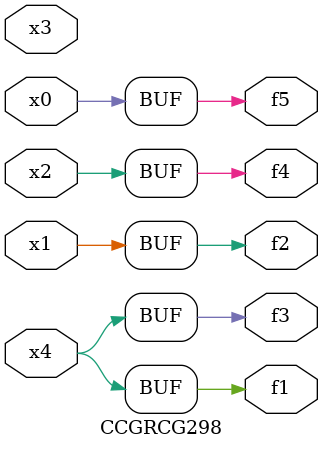
<source format=v>
module CCGRCG298(
	input x0, x1, x2, x3, x4,
	output f1, f2, f3, f4, f5
);
	assign f1 = x4;
	assign f2 = x1;
	assign f3 = x4;
	assign f4 = x2;
	assign f5 = x0;
endmodule

</source>
